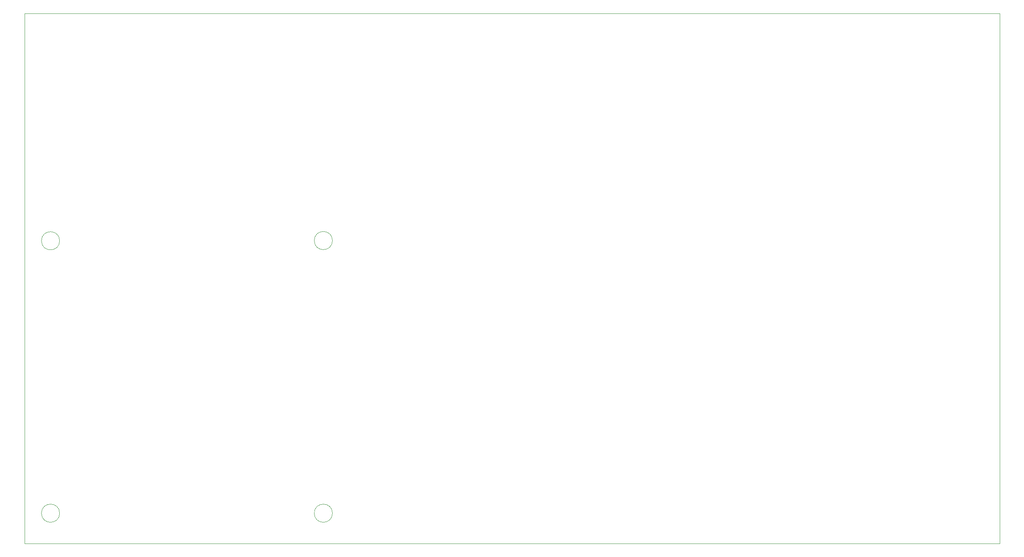
<source format=gbr>
%TF.GenerationSoftware,KiCad,Pcbnew,7.0.1*%
%TF.CreationDate,2023-04-05T17:43:43-07:00*%
%TF.ProjectId,VRSPAD-144,56525350-4144-42d3-9134-342e6b696361,rev?*%
%TF.SameCoordinates,Original*%
%TF.FileFunction,Profile,NP*%
%FSLAX46Y46*%
G04 Gerber Fmt 4.6, Leading zero omitted, Abs format (unit mm)*
G04 Created by KiCad (PCBNEW 7.0.1) date 2023-04-05 17:43:43*
%MOMM*%
%LPD*%
G01*
G04 APERTURE LIST*
%TA.AperFunction,Profile*%
%ADD10C,0.100000*%
%TD*%
G04 APERTURE END LIST*
D10*
X67700000Y16200000D02*
G75*
G03*
X67700000Y16200000I-2000000J0D01*
G01*
X7700000Y76200000D02*
G75*
G03*
X7700000Y76200000I-2000000J0D01*
G01*
X67700000Y76250000D02*
G75*
G03*
X67700000Y76250000I-2000000J0D01*
G01*
X7700000Y16200000D02*
G75*
G03*
X7700000Y16200000I-2000000J0D01*
G01*
X0Y126289000D02*
X214427000Y126289000D01*
X214427000Y9525000D01*
X0Y9525000D01*
X0Y126289000D01*
M02*

</source>
